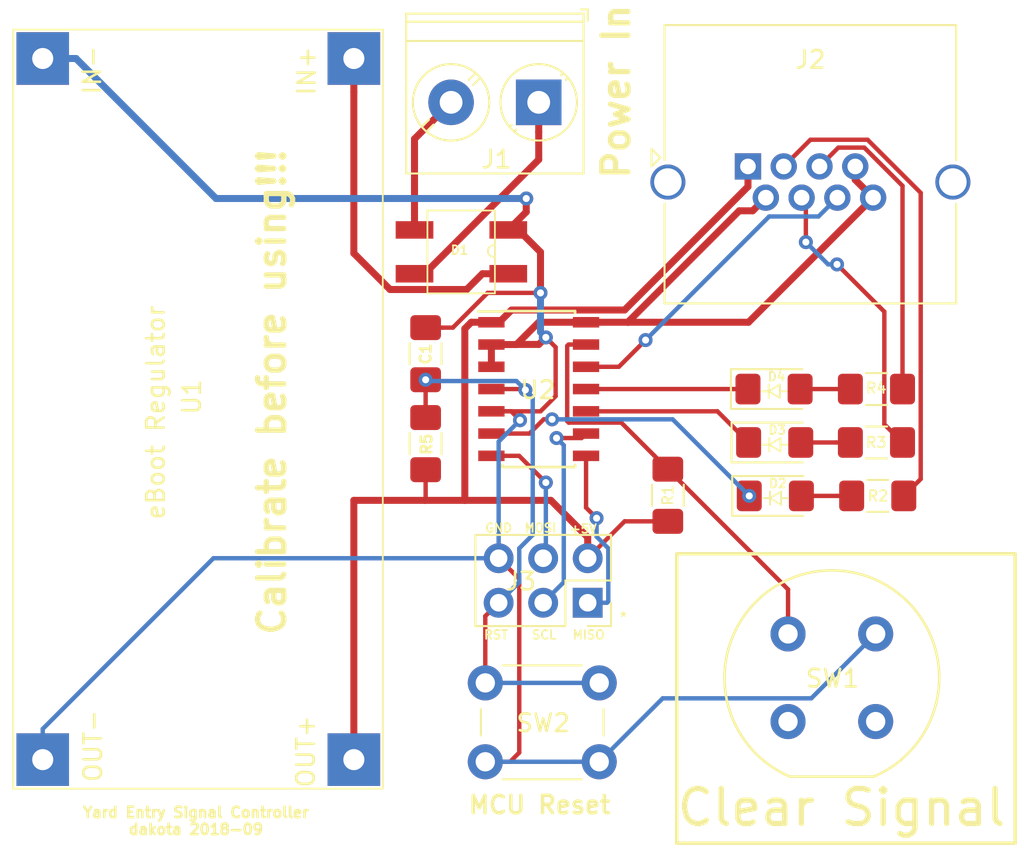
<source format=kicad_pcb>
(kicad_pcb (version 20171130) (host pcbnew "(5.0.0)")

  (general
    (thickness 1.6)
    (drawings 19)
    (tracks 174)
    (zones 0)
    (modules 17)
    (nets 21)
  )

  (page A4)
  (layers
    (0 F.Cu signal)
    (31 B.Cu signal)
    (32 B.Adhes user)
    (33 F.Adhes user)
    (34 B.Paste user)
    (35 F.Paste user)
    (36 B.SilkS user)
    (37 F.SilkS user)
    (38 B.Mask user)
    (39 F.Mask user)
    (40 Dwgs.User user)
    (41 Cmts.User user)
    (42 Eco1.User user)
    (43 Eco2.User user)
    (44 Edge.Cuts user)
    (45 Margin user)
    (46 B.CrtYd user)
    (47 F.CrtYd user)
    (48 B.Fab user)
    (49 F.Fab user)
  )

  (setup
    (last_trace_width 0.25)
    (user_trace_width 0.4)
    (trace_clearance 0.2)
    (zone_clearance 0.508)
    (zone_45_only no)
    (trace_min 0.2)
    (segment_width 0.001)
    (edge_width 0.15)
    (via_size 0.8)
    (via_drill 0.4)
    (via_min_size 0.4)
    (via_min_drill 0.3)
    (uvia_size 0.3)
    (uvia_drill 0.1)
    (uvias_allowed no)
    (uvia_min_size 0.2)
    (uvia_min_drill 0.1)
    (pcb_text_width 0.3)
    (pcb_text_size 1.5 1.5)
    (mod_edge_width 0.15)
    (mod_text_size 1 1)
    (mod_text_width 0.15)
    (pad_size 1.524 1.524)
    (pad_drill 0.762)
    (pad_to_mask_clearance 0.2)
    (aux_axis_origin 0 0)
    (visible_elements FFFFFF7F)
    (pcbplotparams
      (layerselection 0x010fc_ffffffff)
      (usegerberextensions true)
      (usegerberattributes false)
      (usegerberadvancedattributes false)
      (creategerberjobfile false)
      (excludeedgelayer true)
      (linewidth 0.100000)
      (plotframeref false)
      (viasonmask false)
      (mode 1)
      (useauxorigin false)
      (hpglpennumber 1)
      (hpglpenspeed 20)
      (hpglpendiameter 15.000000)
      (psnegative false)
      (psa4output false)
      (plotreference true)
      (plotvalue true)
      (plotinvisibletext false)
      (padsonsilk false)
      (subtractmaskfromsilk false)
      (outputformat 1)
      (mirror false)
      (drillshape 0)
      (scaleselection 1)
      (outputdirectory "gerber/"))
  )

  (net 0 "")
  (net 1 "Net-(D1-Pad1)")
  (net 2 /AC_PWR_2)
  (net 3 GND)
  (net 4 /AC_PWR_1)
  (net 5 "Net-(D2-Pad2)")
  (net 6 "Net-(D3-Pad2)")
  (net 7 "Net-(D4-Pad2)")
  (net 8 +5V)
  (net 9 "/Yard Signal Jack/Red_Drain")
  (net 10 "/Yard Signal Jack/Green_Drain")
  (net 11 "/Yard Signal Jack/Yellow_Drain")
  (net 12 "/Yard Signal Jack/Buzzer")
  (net 13 /ATTiny44A/RESET_PB3)
  (net 14 /ATTiny44A/PA7)
  (net 15 /ATTiny44A/PA3)
  (net 16 /ATTiny44A/PA2)
  (net 17 /ATTiny44A/SPI_MISO_PA5)
  (net 18 /ATTiny44A/SPI_SCL_PA4)
  (net 19 /ATTiny44A/SPI_MOSI_PA6)
  (net 20 /ATTiny44A/PA0)

  (net_class Default "This is the default net class."
    (clearance 0.2)
    (trace_width 0.25)
    (via_dia 0.8)
    (via_drill 0.4)
    (uvia_dia 0.3)
    (uvia_drill 0.1)
    (add_net +5V)
    (add_net /AC_PWR_1)
    (add_net /AC_PWR_2)
    (add_net /ATTiny44A/PA0)
    (add_net /ATTiny44A/PA2)
    (add_net /ATTiny44A/PA3)
    (add_net /ATTiny44A/PA7)
    (add_net /ATTiny44A/RESET_PB3)
    (add_net /ATTiny44A/SPI_MISO_PA5)
    (add_net /ATTiny44A/SPI_MOSI_PA6)
    (add_net /ATTiny44A/SPI_SCL_PA4)
    (add_net "/Yard Signal Jack/Buzzer")
    (add_net "/Yard Signal Jack/Green_Drain")
    (add_net "/Yard Signal Jack/Red_Drain")
    (add_net "/Yard Signal Jack/Yellow_Drain")
    (add_net GND)
    (add_net "Net-(D1-Pad1)")
    (add_net "Net-(D2-Pad2)")
    (add_net "Net-(D3-Pad2)")
    (add_net "Net-(D4-Pad2)")
  )

  (module TerminalBlock_Phoenix:TerminalBlock_Phoenix_PT-1,5-2-5.0-H_1x02_P5.00mm_Horizontal (layer F.Cu) (tedit 5B294F69) (tstamp 5BB0EC5A)
    (at 136.398 94.6404 180)
    (descr "Terminal Block Phoenix PT-1,5-2-5.0-H, 2 pins, pitch 5mm, size 10x9mm^2, drill diamater 1.3mm, pad diameter 2.6mm, see http://www.mouser.com/ds/2/324/ItemDetail_1935161-922578.pdf, script-generated using https://github.com/pointhi/kicad-footprint-generator/scripts/TerminalBlock_Phoenix")
    (tags "THT Terminal Block Phoenix PT-1,5-2-5.0-H pitch 5mm size 10x9mm^2 drill 1.3mm pad 2.6mm")
    (path /5B91CBCC)
    (fp_text reference J1 (at 2.4092 -3.2512 180) (layer F.SilkS)
      (effects (font (size 1 1) (thickness 0.15)))
    )
    (fp_text value Conn_01x02 (at 2.4892 2.9464 180) (layer F.Fab)
      (effects (font (size 1 1) (thickness 0.15)))
    )
    (fp_circle (center 0 0) (end 2 0) (layer F.Fab) (width 0.1))
    (fp_circle (center 0 0) (end 2.18 0) (layer F.SilkS) (width 0.12))
    (fp_circle (center 5 0) (end 7 0) (layer F.Fab) (width 0.1))
    (fp_circle (center 5 0) (end 7.18 0) (layer F.SilkS) (width 0.12))
    (fp_line (start -2.5 -4) (end 7.5 -4) (layer F.Fab) (width 0.1))
    (fp_line (start 7.5 -4) (end 7.5 5) (layer F.Fab) (width 0.1))
    (fp_line (start 7.5 5) (end -2.1 5) (layer F.Fab) (width 0.1))
    (fp_line (start -2.1 5) (end -2.5 4.6) (layer F.Fab) (width 0.1))
    (fp_line (start -2.5 4.6) (end -2.5 -4) (layer F.Fab) (width 0.1))
    (fp_line (start -2.5 4.6) (end 7.5 4.6) (layer F.Fab) (width 0.1))
    (fp_line (start -2.56 4.6) (end 7.56 4.6) (layer F.SilkS) (width 0.12))
    (fp_line (start -2.5 3.5) (end 7.5 3.5) (layer F.Fab) (width 0.1))
    (fp_line (start -2.56 3.5) (end 7.56 3.5) (layer F.SilkS) (width 0.12))
    (fp_line (start -2.56 -4.06) (end 7.56 -4.06) (layer F.SilkS) (width 0.12))
    (fp_line (start -2.56 5.06) (end 7.56 5.06) (layer F.SilkS) (width 0.12))
    (fp_line (start -2.56 -4.06) (end -2.56 5.06) (layer F.SilkS) (width 0.12))
    (fp_line (start 7.56 -4.06) (end 7.56 5.06) (layer F.SilkS) (width 0.12))
    (fp_line (start 1.517 -1.273) (end -1.273 1.517) (layer F.Fab) (width 0.1))
    (fp_line (start 1.273 -1.517) (end -1.517 1.273) (layer F.Fab) (width 0.1))
    (fp_line (start 1.654 -1.388) (end 1.547 -1.281) (layer F.SilkS) (width 0.12))
    (fp_line (start -1.282 1.547) (end -1.388 1.654) (layer F.SilkS) (width 0.12))
    (fp_line (start 1.388 -1.654) (end 1.281 -1.547) (layer F.SilkS) (width 0.12))
    (fp_line (start -1.548 1.281) (end -1.654 1.388) (layer F.SilkS) (width 0.12))
    (fp_line (start 6.517 -1.273) (end 3.728 1.517) (layer F.Fab) (width 0.1))
    (fp_line (start 6.273 -1.517) (end 3.484 1.273) (layer F.Fab) (width 0.1))
    (fp_line (start 6.654 -1.388) (end 6.259 -0.992) (layer F.SilkS) (width 0.12))
    (fp_line (start 3.993 1.274) (end 3.613 1.654) (layer F.SilkS) (width 0.12))
    (fp_line (start 6.388 -1.654) (end 6.008 -1.274) (layer F.SilkS) (width 0.12))
    (fp_line (start 3.742 0.992) (end 3.347 1.388) (layer F.SilkS) (width 0.12))
    (fp_line (start -2.8 4.66) (end -2.8 5.3) (layer F.SilkS) (width 0.12))
    (fp_line (start -2.8 5.3) (end -2.4 5.3) (layer F.SilkS) (width 0.12))
    (fp_line (start -3 -4.5) (end -3 5.5) (layer F.CrtYd) (width 0.05))
    (fp_line (start -3 5.5) (end 8 5.5) (layer F.CrtYd) (width 0.05))
    (fp_line (start 8 5.5) (end 8 -4.5) (layer F.CrtYd) (width 0.05))
    (fp_line (start 8 -4.5) (end -3 -4.5) (layer F.CrtYd) (width 0.05))
    (fp_text user %R (at 2.5 2.9 180) (layer F.Fab)
      (effects (font (size 1 1) (thickness 0.15)))
    )
    (pad 1 thru_hole rect (at 0 0 180) (size 2.6 2.6) (drill 1.3) (layers *.Cu *.Mask)
      (net 2 /AC_PWR_2))
    (pad 2 thru_hole circle (at 5 0 180) (size 2.6 2.6) (drill 1.3) (layers *.Cu *.Mask)
      (net 4 /AC_PWR_1))
    (model ${KISYS3DMOD}/TerminalBlock_Phoenix.3dshapes/TerminalBlock_Phoenix_PT-1,5-2-5.0-H_1x02_P5.00mm_Horizontal.wrl
      (at (xyz 0 0 0))
      (scale (xyz 1 1 1))
      (rotate (xyz 0 0 0))
    )
  )

  (module dakota_footprints:MBS (layer F.Cu) (tedit 5B8353E8) (tstamp 5BB0B7F3)
    (at 132.0292 103.124)
    (path /5B91CC33)
    (fp_text reference D1 (at -0.1524 -0.0508) (layer F.SilkS)
      (effects (font (size 0.5 0.5) (thickness 0.1)))
    )
    (fp_text value Rect (at 0 -3.2512) (layer F.Fab)
      (effects (font (size 1 1) (thickness 0.15)))
    )
    (fp_line (start 1.8688 -2.3114) (end -1.9812 -2.3114) (layer F.SilkS) (width 0.1))
    (fp_line (start 1.8688 2.413) (end -1.9812 2.413) (layer F.SilkS) (width 0.1))
    (fp_line (start -1.9812 2.413) (end -1.9812 -2.312) (layer F.SilkS) (width 0.1))
    (fp_line (start 1.8688 2.413) (end 1.8688 -2.312) (layer F.SilkS) (width 0.1))
    (fp_arc (start 1.8034 0) (end 1.828799 -0.330199) (angle -188.4841383) (layer F.SilkS) (width 0.1))
    (pad 1 smd rect (at 2.6322 1.2954 90) (size 1 2.15) (layers F.Cu F.Paste F.Mask)
      (net 1 "Net-(D1-Pad1)"))
    (pad 3 smd rect (at -2.7178 1.2954 90) (size 1 2.15) (layers F.Cu F.Paste F.Mask)
      (net 2 /AC_PWR_2))
    (pad 2 smd rect (at 2.6322 -1.2046 90) (size 1 2.15) (layers F.Cu F.Paste F.Mask)
      (net 3 GND))
    (pad 4 smd rect (at -2.7178 -1.2046 90) (size 1 2.15) (layers F.Cu F.Paste F.Mask)
      (net 4 /AC_PWR_1))
  )

  (module dakota_footprints:LED_1206_HandSolder_Marked (layer F.Cu) (tedit 5B8C5380) (tstamp 5BB0C338)
    (at 149.8965 117.094)
    (descr "LED SMD 1206 (3216 Metric), square (rectangular) end terminal, IPC_7351 nominal, (Body size source: http://www.tortai-tech.com/upload/download/2011102023233369053.pdf), generated with kicad-footprint-generator")
    (tags "LED handsolder")
    (path /5B8C73C4)
    (attr smd)
    (fp_text reference D2 (at 0.1397 -0.7112) (layer F.SilkS)
      (effects (font (size 0.5 0.5) (thickness 0.1)))
    )
    (fp_text value Red (at 0 1.82) (layer F.Fab)
      (effects (font (size 1 1) (thickness 0.15)))
    )
    (fp_line (start 1.6 -0.8) (end -1.2 -0.8) (layer F.Fab) (width 0.1))
    (fp_line (start -1.2 -0.8) (end -1.6 -0.4) (layer F.Fab) (width 0.1))
    (fp_line (start -1.6 -0.4) (end -1.6 0.8) (layer F.Fab) (width 0.1))
    (fp_line (start -1.6 0.8) (end 1.6 0.8) (layer F.Fab) (width 0.1))
    (fp_line (start 1.6 0.8) (end 1.6 -0.8) (layer F.Fab) (width 0.1))
    (fp_line (start 1.6 -1.135) (end -2.46 -1.135) (layer F.SilkS) (width 0.12))
    (fp_line (start -2.46 -1.135) (end -2.46 1.135) (layer F.SilkS) (width 0.12))
    (fp_line (start -2.46 1.135) (end 1.6 1.135) (layer F.SilkS) (width 0.12))
    (fp_line (start -2.45 1.12) (end -2.45 -1.12) (layer F.CrtYd) (width 0.05))
    (fp_line (start -2.45 -1.12) (end 2.45 -1.12) (layer F.CrtYd) (width 0.05))
    (fp_line (start 2.45 -1.12) (end 2.45 1.12) (layer F.CrtYd) (width 0.05))
    (fp_line (start 2.45 1.12) (end -2.45 1.12) (layer F.CrtYd) (width 0.05))
    (fp_text user %R (at 0.1397 -0.7112) (layer F.Fab)
      (effects (font (size 0.5 0.5) (thickness 0.1)))
    )
    (fp_line (start 0.3302 -0.254) (end 0.3302 0.508) (layer F.SilkS) (width 0.1))
    (fp_line (start 0.3302 0.508) (end -0.3048 0.127) (layer F.SilkS) (width 0.1))
    (fp_line (start -0.3048 0.127) (end 0.3302 -0.254) (layer F.SilkS) (width 0.1))
    (fp_line (start 0.3302 -0.254) (end 0.3302 0.127) (layer F.SilkS) (width 0.1))
    (fp_line (start 0.3302 0.127) (end 0.7112 0.127) (layer F.SilkS) (width 0.1))
    (fp_line (start -0.3048 0.127) (end -0.6858 0.127) (layer F.SilkS) (width 0.1))
    (fp_line (start -0.6858 0.127) (end -0.3048 0.127) (layer F.SilkS) (width 0.1))
    (fp_line (start -0.3048 0.127) (end -0.3048 -0.254) (layer F.SilkS) (width 0.1))
    (fp_line (start -0.3048 -0.254) (end -0.3048 0.127) (layer F.SilkS) (width 0.1))
    (fp_line (start -0.3048 0.127) (end -0.3048 0.508) (layer F.SilkS) (width 0.1))
    (pad 1 smd roundrect (at -1.4875 0) (size 1.425 1.75) (layers F.Cu F.Paste F.Mask) (roundrect_rratio 0.175439)
      (net 14 /ATTiny44A/PA7))
    (pad 2 smd roundrect (at 1.4875 0) (size 1.425 1.75) (layers F.Cu F.Paste F.Mask) (roundrect_rratio 0.175439)
      (net 5 "Net-(D2-Pad2)"))
    (model ${KISYS3DMOD}/LED_SMD.3dshapes/LED_1206_3216Metric.wrl
      (at (xyz 0 0 0))
      (scale (xyz 1 1 1))
      (rotate (xyz 0 0 0))
    )
  )

  (module dakota_footprints:LED_1206_HandSolder_Marked (layer F.Cu) (tedit 5B8C5380) (tstamp 5BB0C260)
    (at 149.86 114.046)
    (descr "LED SMD 1206 (3216 Metric), square (rectangular) end terminal, IPC_7351 nominal, (Body size source: http://www.tortai-tech.com/upload/download/2011102023233369053.pdf), generated with kicad-footprint-generator")
    (tags "LED handsolder")
    (path /5B8C737A)
    (attr smd)
    (fp_text reference D3 (at 0.1397 -0.7112) (layer F.SilkS)
      (effects (font (size 0.5 0.5) (thickness 0.1)))
    )
    (fp_text value Yellow (at 0 1.82) (layer F.Fab)
      (effects (font (size 1 1) (thickness 0.15)))
    )
    (fp_line (start -0.3048 0.127) (end -0.3048 0.508) (layer F.SilkS) (width 0.1))
    (fp_line (start -0.3048 -0.254) (end -0.3048 0.127) (layer F.SilkS) (width 0.1))
    (fp_line (start -0.3048 0.127) (end -0.3048 -0.254) (layer F.SilkS) (width 0.1))
    (fp_line (start -0.6858 0.127) (end -0.3048 0.127) (layer F.SilkS) (width 0.1))
    (fp_line (start -0.3048 0.127) (end -0.6858 0.127) (layer F.SilkS) (width 0.1))
    (fp_line (start 0.3302 0.127) (end 0.7112 0.127) (layer F.SilkS) (width 0.1))
    (fp_line (start 0.3302 -0.254) (end 0.3302 0.127) (layer F.SilkS) (width 0.1))
    (fp_line (start -0.3048 0.127) (end 0.3302 -0.254) (layer F.SilkS) (width 0.1))
    (fp_line (start 0.3302 0.508) (end -0.3048 0.127) (layer F.SilkS) (width 0.1))
    (fp_line (start 0.3302 -0.254) (end 0.3302 0.508) (layer F.SilkS) (width 0.1))
    (fp_text user %R (at 0.1397 -0.7112) (layer F.Fab)
      (effects (font (size 0.5 0.5) (thickness 0.1)))
    )
    (fp_line (start 2.45 1.12) (end -2.45 1.12) (layer F.CrtYd) (width 0.05))
    (fp_line (start 2.45 -1.12) (end 2.45 1.12) (layer F.CrtYd) (width 0.05))
    (fp_line (start -2.45 -1.12) (end 2.45 -1.12) (layer F.CrtYd) (width 0.05))
    (fp_line (start -2.45 1.12) (end -2.45 -1.12) (layer F.CrtYd) (width 0.05))
    (fp_line (start -2.46 1.135) (end 1.6 1.135) (layer F.SilkS) (width 0.12))
    (fp_line (start -2.46 -1.135) (end -2.46 1.135) (layer F.SilkS) (width 0.12))
    (fp_line (start 1.6 -1.135) (end -2.46 -1.135) (layer F.SilkS) (width 0.12))
    (fp_line (start 1.6 0.8) (end 1.6 -0.8) (layer F.Fab) (width 0.1))
    (fp_line (start -1.6 0.8) (end 1.6 0.8) (layer F.Fab) (width 0.1))
    (fp_line (start -1.6 -0.4) (end -1.6 0.8) (layer F.Fab) (width 0.1))
    (fp_line (start -1.2 -0.8) (end -1.6 -0.4) (layer F.Fab) (width 0.1))
    (fp_line (start 1.6 -0.8) (end -1.2 -0.8) (layer F.Fab) (width 0.1))
    (pad 2 smd roundrect (at 1.4875 0) (size 1.425 1.75) (layers F.Cu F.Paste F.Mask) (roundrect_rratio 0.175439)
      (net 6 "Net-(D3-Pad2)"))
    (pad 1 smd roundrect (at -1.4875 0) (size 1.425 1.75) (layers F.Cu F.Paste F.Mask) (roundrect_rratio 0.175439)
      (net 15 /ATTiny44A/PA3))
    (model ${KISYS3DMOD}/LED_SMD.3dshapes/LED_1206_3216Metric.wrl
      (at (xyz 0 0 0))
      (scale (xyz 1 1 1))
      (rotate (xyz 0 0 0))
    )
  )

  (module dakota_footprints:LED_1206_HandSolder_Marked (layer F.Cu) (tedit 5B8C5380) (tstamp 5BB0C2E4)
    (at 149.8235 110.998)
    (descr "LED SMD 1206 (3216 Metric), square (rectangular) end terminal, IPC_7351 nominal, (Body size source: http://www.tortai-tech.com/upload/download/2011102023233369053.pdf), generated with kicad-footprint-generator")
    (tags "LED handsolder")
    (path /5B8C731F)
    (attr smd)
    (fp_text reference D4 (at 0.1397 -0.7112) (layer F.SilkS)
      (effects (font (size 0.5 0.5) (thickness 0.1)))
    )
    (fp_text value Green (at 0 1.82) (layer F.Fab)
      (effects (font (size 1 1) (thickness 0.15)))
    )
    (fp_line (start 1.6 -0.8) (end -1.2 -0.8) (layer F.Fab) (width 0.1))
    (fp_line (start -1.2 -0.8) (end -1.6 -0.4) (layer F.Fab) (width 0.1))
    (fp_line (start -1.6 -0.4) (end -1.6 0.8) (layer F.Fab) (width 0.1))
    (fp_line (start -1.6 0.8) (end 1.6 0.8) (layer F.Fab) (width 0.1))
    (fp_line (start 1.6 0.8) (end 1.6 -0.8) (layer F.Fab) (width 0.1))
    (fp_line (start 1.6 -1.135) (end -2.46 -1.135) (layer F.SilkS) (width 0.12))
    (fp_line (start -2.46 -1.135) (end -2.46 1.135) (layer F.SilkS) (width 0.12))
    (fp_line (start -2.46 1.135) (end 1.6 1.135) (layer F.SilkS) (width 0.12))
    (fp_line (start -2.45 1.12) (end -2.45 -1.12) (layer F.CrtYd) (width 0.05))
    (fp_line (start -2.45 -1.12) (end 2.45 -1.12) (layer F.CrtYd) (width 0.05))
    (fp_line (start 2.45 -1.12) (end 2.45 1.12) (layer F.CrtYd) (width 0.05))
    (fp_line (start 2.45 1.12) (end -2.45 1.12) (layer F.CrtYd) (width 0.05))
    (fp_text user %R (at 0.1397 -0.7112) (layer F.Fab)
      (effects (font (size 0.5 0.5) (thickness 0.1)))
    )
    (fp_line (start 0.3302 -0.254) (end 0.3302 0.508) (layer F.SilkS) (width 0.1))
    (fp_line (start 0.3302 0.508) (end -0.3048 0.127) (layer F.SilkS) (width 0.1))
    (fp_line (start -0.3048 0.127) (end 0.3302 -0.254) (layer F.SilkS) (width 0.1))
    (fp_line (start 0.3302 -0.254) (end 0.3302 0.127) (layer F.SilkS) (width 0.1))
    (fp_line (start 0.3302 0.127) (end 0.7112 0.127) (layer F.SilkS) (width 0.1))
    (fp_line (start -0.3048 0.127) (end -0.6858 0.127) (layer F.SilkS) (width 0.1))
    (fp_line (start -0.6858 0.127) (end -0.3048 0.127) (layer F.SilkS) (width 0.1))
    (fp_line (start -0.3048 0.127) (end -0.3048 -0.254) (layer F.SilkS) (width 0.1))
    (fp_line (start -0.3048 -0.254) (end -0.3048 0.127) (layer F.SilkS) (width 0.1))
    (fp_line (start -0.3048 0.127) (end -0.3048 0.508) (layer F.SilkS) (width 0.1))
    (pad 1 smd roundrect (at -1.4875 0) (size 1.425 1.75) (layers F.Cu F.Paste F.Mask) (roundrect_rratio 0.175439)
      (net 16 /ATTiny44A/PA2))
    (pad 2 smd roundrect (at 1.4875 0) (size 1.425 1.75) (layers F.Cu F.Paste F.Mask) (roundrect_rratio 0.175439)
      (net 7 "Net-(D4-Pad2)"))
    (model ${KISYS3DMOD}/LED_SMD.3dshapes/LED_1206_3216Metric.wrl
      (at (xyz 0 0 0))
      (scale (xyz 1 1 1))
      (rotate (xyz 0 0 0))
    )
  )

  (module Connector_RJ:RJ45_Amphenol_RJHSE5380 (layer F.Cu) (tedit 5AD365F7) (tstamp 5BB0C5C0)
    (at 148.336 98.298)
    (descr "Shielded, https://www.amphenolcanada.com/ProductSearch/drawings/AC/RJHSE538X.pdf")
    (tags "RJ45 8p8c ethernet cat5")
    (path /5B8CA058/5B8CA196)
    (fp_text reference J2 (at 3.56 -6.096) (layer F.SilkS)
      (effects (font (size 1 1) (thickness 0.15)))
    )
    (fp_text value RJ45 (at 3.56 9.5) (layer F.Fab)
      (effects (font (size 1 1) (thickness 0.15)))
    )
    (fp_line (start -4.695 -7) (end -4.695 7.75) (layer F.Fab) (width 0.1))
    (fp_line (start -4.695 7.75) (end 11.815 7.75) (layer F.Fab) (width 0.1))
    (fp_line (start -3.695 -8) (end 11.815 -8) (layer F.Fab) (width 0.1))
    (fp_line (start 11.815 -8) (end 11.815 7.75) (layer F.Fab) (width 0.1))
    (fp_line (start -4.76 -8.065) (end 11.88 -8.065) (layer F.SilkS) (width 0.12))
    (fp_line (start -4.76 -8.065) (end -4.76 -0.36) (layer F.SilkS) (width 0.12))
    (fp_line (start 11.88 -8.065) (end 11.88 -0.36) (layer F.SilkS) (width 0.12))
    (fp_line (start -4.76 7.815) (end 11.88 7.815) (layer F.SilkS) (width 0.12))
    (fp_line (start -4.76 7.815) (end -4.76 2.14) (layer F.SilkS) (width 0.12))
    (fp_line (start 11.88 7.815) (end 11.88 2.14) (layer F.SilkS) (width 0.12))
    (fp_line (start -4.695 -7) (end -3.695 -8) (layer F.Fab) (width 0.1))
    (fp_line (start -6.07 -8.5) (end 13.19 -8.5) (layer F.CrtYd) (width 0.05))
    (fp_line (start -6.07 -8.5) (end -6.07 8.25) (layer F.CrtYd) (width 0.05))
    (fp_line (start -6.07 8.25) (end 13.19 8.25) (layer F.CrtYd) (width 0.05))
    (fp_line (start 13.19 -8.5) (end 13.19 8.25) (layer F.CrtYd) (width 0.05))
    (fp_text user %R (at 3.56 -6) (layer F.Fab)
      (effects (font (size 1 1) (thickness 0.15)))
    )
    (fp_line (start -5 -0.5) (end -5.5 0) (layer F.SilkS) (width 0.12))
    (fp_line (start -5.5 0) (end -5.5 -1) (layer F.SilkS) (width 0.12))
    (fp_line (start -5.5 -1) (end -5 -0.5) (layer F.SilkS) (width 0.12))
    (pad 1 thru_hole rect (at 0 0) (size 1.5 1.5) (drill 0.89) (layers *.Cu *.Mask)
      (net 8 +5V))
    (pad 3 thru_hole circle (at 2.04 0) (size 1.5 1.5) (drill 0.89) (layers *.Cu *.Mask)
      (net 9 "/Yard Signal Jack/Red_Drain"))
    (pad 5 thru_hole circle (at 4.08 0) (size 1.5 1.5) (drill 0.89) (layers *.Cu *.Mask)
      (net 10 "/Yard Signal Jack/Green_Drain"))
    (pad 7 thru_hole circle (at 6.12 0) (size 1.5 1.5) (drill 0.89) (layers *.Cu *.Mask)
      (net 3 GND))
    (pad 2 thru_hole circle (at 1.02 1.78) (size 1.5 1.5) (drill 0.89) (layers *.Cu *.Mask)
      (net 3 GND))
    (pad 4 thru_hole circle (at 3.06 1.78) (size 1.5 1.5) (drill 0.89) (layers *.Cu *.Mask)
      (net 11 "/Yard Signal Jack/Yellow_Drain"))
    (pad 6 thru_hole circle (at 5.1 1.78) (size 1.5 1.5) (drill 0.89) (layers *.Cu *.Mask)
      (net 12 "/Yard Signal Jack/Buzzer"))
    (pad 8 thru_hole circle (at 7.14 1.78) (size 1.5 1.5) (drill 0.89) (layers *.Cu *.Mask)
      (net 3 GND))
    (pad "" np_thru_hole circle (at -2.79 -2.54) (size 3.25 3.25) (drill 3.25) (layers *.Cu *.Mask))
    (pad "" np_thru_hole circle (at 9.91 -2.54) (size 3.25 3.25) (drill 3.25) (layers *.Cu *.Mask))
    (pad SH thru_hole circle (at 11.69 0.89) (size 2 2) (drill 1.57) (layers *.Cu *.Mask))
    (pad SH thru_hole circle (at -4.57 0.89) (size 2 2) (drill 1.57) (layers *.Cu *.Mask))
    (model ${KISYS3DMOD}/Connector_RJ.3dshapes/RJ45_Amphenol_RJHSE5380.wrl
      (at (xyz 0 0 0))
      (scale (xyz 1 1 1))
      (rotate (xyz 0 0 0))
    )
  )

  (module Resistor_SMD:R_1206_3216Metric_Pad1.42x1.75mm_HandSolder (layer F.Cu) (tedit 5B8C84E5) (tstamp 5BB0CCA6)
    (at 143.764 117.0575 90)
    (descr "Resistor SMD 1206 (3216 Metric), square (rectangular) end terminal, IPC_7351 nominal with elongated pad for handsoldering. (Body size source: http://www.tortai-tech.com/upload/download/2011102023233369053.pdf), generated with kicad-footprint-generator")
    (tags "resistor handsolder")
    (path /5B8E0EAD)
    (attr smd)
    (fp_text reference R1 (at 0 0 90) (layer F.SilkS)
      (effects (font (size 0.6 0.6) (thickness 0.1)))
    )
    (fp_text value 10k (at 0 1.82 90) (layer F.Fab)
      (effects (font (size 1 1) (thickness 0.15)))
    )
    (fp_text user %R (at 0 0 270) (layer F.Fab)
      (effects (font (size 0.8 0.8) (thickness 0.12)))
    )
    (fp_line (start 2.45 1.12) (end -2.45 1.12) (layer F.CrtYd) (width 0.05))
    (fp_line (start 2.45 -1.12) (end 2.45 1.12) (layer F.CrtYd) (width 0.05))
    (fp_line (start -2.45 -1.12) (end 2.45 -1.12) (layer F.CrtYd) (width 0.05))
    (fp_line (start -2.45 1.12) (end -2.45 -1.12) (layer F.CrtYd) (width 0.05))
    (fp_line (start -0.602064 0.91) (end 0.602064 0.91) (layer F.SilkS) (width 0.12))
    (fp_line (start -0.602064 -0.91) (end 0.602064 -0.91) (layer F.SilkS) (width 0.12))
    (fp_line (start 1.6 0.8) (end -1.6 0.8) (layer F.Fab) (width 0.1))
    (fp_line (start 1.6 -0.8) (end 1.6 0.8) (layer F.Fab) (width 0.1))
    (fp_line (start -1.6 -0.8) (end 1.6 -0.8) (layer F.Fab) (width 0.1))
    (fp_line (start -1.6 0.8) (end -1.6 -0.8) (layer F.Fab) (width 0.1))
    (pad 2 smd roundrect (at 1.4875 0 90) (size 1.425 1.75) (layers F.Cu F.Paste F.Mask) (roundrect_rratio 0.175439)
      (net 20 /ATTiny44A/PA0))
    (pad 1 smd roundrect (at -1.4875 0 90) (size 1.425 1.75) (layers F.Cu F.Paste F.Mask) (roundrect_rratio 0.175439)
      (net 8 +5V))
    (model ${KISYS3DMOD}/Resistor_SMD.3dshapes/R_1206_3216Metric.wrl
      (at (xyz 0 0 0))
      (scale (xyz 1 1 1))
      (rotate (xyz 0 0 0))
    )
  )

  (module Resistor_SMD:R_1206_3216Metric_Pad1.42x1.75mm_HandSolder (layer F.Cu) (tedit 5B8C84F5) (tstamp 5BB0C2A8)
    (at 155.7385 117.094)
    (descr "Resistor SMD 1206 (3216 Metric), square (rectangular) end terminal, IPC_7351 nominal with elongated pad for handsoldering. (Body size source: http://www.tortai-tech.com/upload/download/2011102023233369053.pdf), generated with kicad-footprint-generator")
    (tags "resistor handsolder")
    (path /5B8C74EE)
    (attr smd)
    (fp_text reference R2 (at 0.0143 0) (layer F.SilkS)
      (effects (font (size 0.6 0.6) (thickness 0.1)))
    )
    (fp_text value 390 (at 0 1.82) (layer F.Fab)
      (effects (font (size 1 1) (thickness 0.15)))
    )
    (fp_line (start -1.6 0.8) (end -1.6 -0.8) (layer F.Fab) (width 0.1))
    (fp_line (start -1.6 -0.8) (end 1.6 -0.8) (layer F.Fab) (width 0.1))
    (fp_line (start 1.6 -0.8) (end 1.6 0.8) (layer F.Fab) (width 0.1))
    (fp_line (start 1.6 0.8) (end -1.6 0.8) (layer F.Fab) (width 0.1))
    (fp_line (start -0.602064 -0.91) (end 0.602064 -0.91) (layer F.SilkS) (width 0.12))
    (fp_line (start -0.602064 0.91) (end 0.602064 0.91) (layer F.SilkS) (width 0.12))
    (fp_line (start -2.45 1.12) (end -2.45 -1.12) (layer F.CrtYd) (width 0.05))
    (fp_line (start -2.45 -1.12) (end 2.45 -1.12) (layer F.CrtYd) (width 0.05))
    (fp_line (start 2.45 -1.12) (end 2.45 1.12) (layer F.CrtYd) (width 0.05))
    (fp_line (start 2.45 1.12) (end -2.45 1.12) (layer F.CrtYd) (width 0.05))
    (fp_text user %R (at 0 0) (layer F.Fab)
      (effects (font (size 0.8 0.8) (thickness 0.12)))
    )
    (pad 1 smd roundrect (at -1.4875 0) (size 1.425 1.75) (layers F.Cu F.Paste F.Mask) (roundrect_rratio 0.175439)
      (net 5 "Net-(D2-Pad2)"))
    (pad 2 smd roundrect (at 1.4875 0) (size 1.425 1.75) (layers F.Cu F.Paste F.Mask) (roundrect_rratio 0.175439)
      (net 9 "/Yard Signal Jack/Red_Drain"))
    (model ${KISYS3DMOD}/Resistor_SMD.3dshapes/R_1206_3216Metric.wrl
      (at (xyz 0 0 0))
      (scale (xyz 1 1 1))
      (rotate (xyz 0 0 0))
    )
  )

  (module Resistor_SMD:R_1206_3216Metric_Pad1.42x1.75mm_HandSolder (layer F.Cu) (tedit 5B8C8501) (tstamp 5BB0C224)
    (at 155.6655 114.046)
    (descr "Resistor SMD 1206 (3216 Metric), square (rectangular) end terminal, IPC_7351 nominal with elongated pad for handsoldering. (Body size source: http://www.tortai-tech.com/upload/download/2011102023233369053.pdf), generated with kicad-footprint-generator")
    (tags "resistor handsolder")
    (path /5B8C74C0)
    (attr smd)
    (fp_text reference R3 (at -0.0143 0) (layer F.SilkS)
      (effects (font (size 0.6 0.6) (thickness 0.1)))
    )
    (fp_text value 390 (at -1.524 1.82) (layer F.Fab)
      (effects (font (size 1 1) (thickness 0.15)))
    )
    (fp_text user %R (at 0 0) (layer F.Fab)
      (effects (font (size 0.8 0.8) (thickness 0.12)))
    )
    (fp_line (start 2.45 1.12) (end -2.45 1.12) (layer F.CrtYd) (width 0.05))
    (fp_line (start 2.45 -1.12) (end 2.45 1.12) (layer F.CrtYd) (width 0.05))
    (fp_line (start -2.45 -1.12) (end 2.45 -1.12) (layer F.CrtYd) (width 0.05))
    (fp_line (start -2.45 1.12) (end -2.45 -1.12) (layer F.CrtYd) (width 0.05))
    (fp_line (start -0.602064 0.91) (end 0.602064 0.91) (layer F.SilkS) (width 0.12))
    (fp_line (start -0.602064 -0.91) (end 0.602064 -0.91) (layer F.SilkS) (width 0.12))
    (fp_line (start 1.6 0.8) (end -1.6 0.8) (layer F.Fab) (width 0.1))
    (fp_line (start 1.6 -0.8) (end 1.6 0.8) (layer F.Fab) (width 0.1))
    (fp_line (start -1.6 -0.8) (end 1.6 -0.8) (layer F.Fab) (width 0.1))
    (fp_line (start -1.6 0.8) (end -1.6 -0.8) (layer F.Fab) (width 0.1))
    (pad 2 smd roundrect (at 1.4875 0) (size 1.425 1.75) (layers F.Cu F.Paste F.Mask) (roundrect_rratio 0.175439)
      (net 11 "/Yard Signal Jack/Yellow_Drain"))
    (pad 1 smd roundrect (at -1.4875 0) (size 1.425 1.75) (layers F.Cu F.Paste F.Mask) (roundrect_rratio 0.175439)
      (net 6 "Net-(D3-Pad2)"))
    (model ${KISYS3DMOD}/Resistor_SMD.3dshapes/R_1206_3216Metric.wrl
      (at (xyz 0 0 0))
      (scale (xyz 1 1 1))
      (rotate (xyz 0 0 0))
    )
  )

  (module Resistor_SMD:R_1206_3216Metric_Pad1.42x1.75mm_HandSolder (layer F.Cu) (tedit 5B8C8507) (tstamp 5BB0C1F4)
    (at 155.6655 110.998)
    (descr "Resistor SMD 1206 (3216 Metric), square (rectangular) end terminal, IPC_7351 nominal with elongated pad for handsoldering. (Body size source: http://www.tortai-tech.com/upload/download/2011102023233369053.pdf), generated with kicad-footprint-generator")
    (tags "resistor handsolder")
    (path /5B8C7455)
    (attr smd)
    (fp_text reference R4 (at -0.0143 -0.0508) (layer F.SilkS)
      (effects (font (size 0.6 0.6) (thickness 0.1)))
    )
    (fp_text value 390 (at 0 1.82) (layer F.Fab)
      (effects (font (size 1 1) (thickness 0.15)))
    )
    (fp_line (start -1.6 0.8) (end -1.6 -0.8) (layer F.Fab) (width 0.1))
    (fp_line (start -1.6 -0.8) (end 1.6 -0.8) (layer F.Fab) (width 0.1))
    (fp_line (start 1.6 -0.8) (end 1.6 0.8) (layer F.Fab) (width 0.1))
    (fp_line (start 1.6 0.8) (end -1.6 0.8) (layer F.Fab) (width 0.1))
    (fp_line (start -0.602064 -0.91) (end 0.602064 -0.91) (layer F.SilkS) (width 0.12))
    (fp_line (start -0.602064 0.91) (end 0.602064 0.91) (layer F.SilkS) (width 0.12))
    (fp_line (start -2.45 1.12) (end -2.45 -1.12) (layer F.CrtYd) (width 0.05))
    (fp_line (start -2.45 -1.12) (end 2.45 -1.12) (layer F.CrtYd) (width 0.05))
    (fp_line (start 2.45 -1.12) (end 2.45 1.12) (layer F.CrtYd) (width 0.05))
    (fp_line (start 2.45 1.12) (end -2.45 1.12) (layer F.CrtYd) (width 0.05))
    (fp_text user %R (at 0 0) (layer F.Fab)
      (effects (font (size 0.8 0.8) (thickness 0.12)))
    )
    (pad 1 smd roundrect (at -1.4875 0) (size 1.425 1.75) (layers F.Cu F.Paste F.Mask) (roundrect_rratio 0.175439)
      (net 7 "Net-(D4-Pad2)"))
    (pad 2 smd roundrect (at 1.4875 0) (size 1.425 1.75) (layers F.Cu F.Paste F.Mask) (roundrect_rratio 0.175439)
      (net 10 "/Yard Signal Jack/Green_Drain"))
    (model ${KISYS3DMOD}/Resistor_SMD.3dshapes/R_1206_3216Metric.wrl
      (at (xyz 0 0 0))
      (scale (xyz 1 1 1))
      (rotate (xyz 0 0 0))
    )
  )

  (module Button_Switch_THT:Push_E-Switch_KS01Q01 (layer F.Cu) (tedit 5A02FE31) (tstamp 5BB0B5C1)
    (at 150.622 124.968)
    (descr "E-Switch KS01Q01 http://spec_sheets.e-switch.com/specs/29-KS01Q01.pdf")
    (tags "Push Button")
    (path /5B8DB394)
    (fp_text reference SW1 (at 2.54 2.54) (layer F.SilkS)
      (effects (font (size 1 1) (thickness 0.15)))
    )
    (fp_text value UsrBtn (at 2.794 -2.286) (layer F.Fab)
      (effects (font (size 1 1) (thickness 0.15)))
    )
    (fp_line (start 0.04 8.39) (end 5.06 8.39) (layer F.CrtYd) (width 0.05))
    (fp_arc (start 2.55 2.5) (end 0.04 8.39) (angle 313.8378348) (layer F.CrtYd) (width 0.05))
    (fp_line (start 0.11 8) (end 4.89 8) (layer F.Fab) (width 0.1))
    (fp_arc (start 2.5 2.5) (end 0.11 8) (angle 313) (layer F.Fab) (width 0.1))
    (fp_text user %R (at 2.5 2.5) (layer F.Fab)
      (effects (font (size 1 1) (thickness 0.15)))
    )
    (fp_line (start 4.89 8.14) (end 0.11 8.14) (layer F.SilkS) (width 0.15))
    (fp_arc (start 2.5 2.5) (end 0.11 8.14) (angle 314) (layer F.SilkS) (width 0.15))
    (pad 1 thru_hole circle (at 0 0) (size 2 2) (drill 1.1) (layers *.Cu *.Mask)
      (net 20 /ATTiny44A/PA0))
    (pad 2 thru_hole circle (at 5 0) (size 2 2) (drill 1.1) (layers *.Cu *.Mask)
      (net 3 GND))
    (pad 4 thru_hole circle (at 5 5) (size 2 2) (drill 1.1) (layers *.Cu *.Mask))
    (pad 3 thru_hole circle (at 0 5) (size 2 2) (drill 1.1) (layers *.Cu *.Mask))
    (model ${KISYS3DMOD}/Button_Switch_THT.3dshapes/Push_E-Switch_KS01Q01.wrl
      (at (xyz 0 0 0))
      (scale (xyz 1 1 1))
      (rotate (xyz 0 0 0))
    )
  )

  (module dakota_footprints:eboot_regulator (layer F.Cu) (tedit 5B8C7C2B) (tstamp 5BB0B5D3)
    (at 125.850947 92.140094 270)
    (path /5B9378C3)
    (fp_text reference U1 (at 19.304 9.2456 270) (layer F.SilkS)
      (effects (font (size 1 1) (thickness 0.15)))
    )
    (fp_text value eboot_regulator (at 19.9644 12.8016 270) (layer F.Fab)
      (effects (font (size 1 1) (thickness 0.15)))
    )
    (fp_text user IN+ (at 0.7112 2.6924 270) (layer F.SilkS)
      (effects (font (size 1 1) (thickness 0.15)))
    )
    (fp_text user IN- (at 0.6604 14.9352 270) (layer F.SilkS)
      (effects (font (size 1 1) (thickness 0.15)))
    )
    (fp_text user OUT- (at 39.2176 14.8844 270) (layer F.SilkS)
      (effects (font (size 1 1) (thickness 0.15)))
    )
    (fp_text user OUT+ (at 39.5224 2.7432 270) (layer F.SilkS)
      (effects (font (size 1 1) (thickness 0.15)))
    )
    (fp_line (start -1.651 -1.651) (end -1.651 19.431) (layer F.SilkS) (width 0.1))
    (fp_line (start -1.651 19.431) (end 41.656 19.431) (layer F.SilkS) (width 0.1))
    (fp_line (start 41.656 19.431) (end 41.656 -1.651) (layer F.SilkS) (width 0.1))
    (fp_line (start 41.656 -1.651) (end -1.651 -1.651) (layer F.SilkS) (width 0.1))
    (fp_text user "eBoot Regulator" (at 20.193 11.303 90) (layer F.SilkS)
      (effects (font (size 1 1) (thickness 0.15)))
    )
    (fp_text user "Calibrate before using!!!" (at 19.0246 4.6736 270) (layer F.SilkS)
      (effects (font (size 1.5 1.5) (thickness 0.3)))
    )
    (pad 1 thru_hole rect (at 0 0 270) (size 3 3) (drill 1.2) (layers *.Cu *.Mask)
      (net 1 "Net-(D1-Pad1)"))
    (pad 2 thru_hole rect (at 0 17.75 270) (size 3 3) (drill 1.2) (layers *.Cu *.Mask)
      (net 3 GND))
    (pad 3 thru_hole rect (at 40 0 270) (size 3 3) (drill 1.2) (layers *.Cu *.Mask)
      (net 8 +5V))
    (pad 4 thru_hole rect (at 40 17.75 270) (size 3 3) (drill 1.2) (layers *.Cu *.Mask)
      (net 3 GND))
  )

  (module Capacitor_SMD:C_1206_3216Metric_Pad1.42x1.75mm_HandSolder (layer F.Cu) (tedit 5B8C84C8) (tstamp 5BB0C78B)
    (at 129.9464 108.9803 90)
    (descr "Capacitor SMD 1206 (3216 Metric), square (rectangular) end terminal, IPC_7351 nominal with elongated pad for handsoldering. (Body size source: http://www.tortai-tech.com/upload/download/2011102023233369053.pdf), generated with kicad-footprint-generator")
    (tags "capacitor handsolder")
    (path /5B90716E/5B9078DF)
    (attr smd)
    (fp_text reference C1 (at -0.0143 0 270) (layer F.SilkS)
      (effects (font (size 0.6 0.6) (thickness 0.15)))
    )
    (fp_text value 10uF (at 0 1.82 90) (layer F.Fab)
      (effects (font (size 1 1) (thickness 0.15)))
    )
    (fp_line (start -1.6 0.8) (end -1.6 -0.8) (layer F.Fab) (width 0.1))
    (fp_line (start -1.6 -0.8) (end 1.6 -0.8) (layer F.Fab) (width 0.1))
    (fp_line (start 1.6 -0.8) (end 1.6 0.8) (layer F.Fab) (width 0.1))
    (fp_line (start 1.6 0.8) (end -1.6 0.8) (layer F.Fab) (width 0.1))
    (fp_line (start -0.602064 -0.91) (end 0.602064 -0.91) (layer F.SilkS) (width 0.12))
    (fp_line (start -0.602064 0.91) (end 0.602064 0.91) (layer F.SilkS) (width 0.12))
    (fp_line (start -2.45 1.12) (end -2.45 -1.12) (layer F.CrtYd) (width 0.05))
    (fp_line (start -2.45 -1.12) (end 2.45 -1.12) (layer F.CrtYd) (width 0.05))
    (fp_line (start 2.45 -1.12) (end 2.45 1.12) (layer F.CrtYd) (width 0.05))
    (fp_line (start 2.45 1.12) (end -2.45 1.12) (layer F.CrtYd) (width 0.05))
    (fp_text user %R (at 0 0 90) (layer F.Fab)
      (effects (font (size 0.8 0.8) (thickness 0.12)))
    )
    (pad 1 smd roundrect (at -1.4875 0 90) (size 1.425 1.75) (layers F.Cu F.Paste F.Mask) (roundrect_rratio 0.175439)
      (net 13 /ATTiny44A/RESET_PB3))
    (pad 2 smd roundrect (at 1.4875 0 90) (size 1.425 1.75) (layers F.Cu F.Paste F.Mask) (roundrect_rratio 0.175439)
      (net 3 GND))
    (model ${KISYS3DMOD}/Capacitor_SMD.3dshapes/C_1206_3216Metric.wrl
      (at (xyz 0 0 0))
      (scale (xyz 1 1 1))
      (rotate (xyz 0 0 0))
    )
  )

  (module Connector_PinSocket_2.54mm:PinSocket_2x03_P2.54mm_Vertical (layer F.Cu) (tedit 5A19A425) (tstamp 5BB0BA02)
    (at 139.192 123.19 270)
    (descr "Through hole straight socket strip, 2x03, 2.54mm pitch, double cols (from Kicad 4.0.7), script generated")
    (tags "Through hole socket strip THT 2x03 2.54mm double row")
    (path /5B90716E/5B9078B2)
    (fp_text reference J3 (at -1.2192 3.81) (layer F.SilkS)
      (effects (font (size 1 1) (thickness 0.15)))
    )
    (fp_text value AVR-ISP-6 (at -1.27 7.85 270) (layer F.Fab)
      (effects (font (size 1 1) (thickness 0.15)))
    )
    (fp_line (start -3.81 -1.27) (end 0.27 -1.27) (layer F.Fab) (width 0.1))
    (fp_line (start 0.27 -1.27) (end 1.27 -0.27) (layer F.Fab) (width 0.1))
    (fp_line (start 1.27 -0.27) (end 1.27 6.35) (layer F.Fab) (width 0.1))
    (fp_line (start 1.27 6.35) (end -3.81 6.35) (layer F.Fab) (width 0.1))
    (fp_line (start -3.81 6.35) (end -3.81 -1.27) (layer F.Fab) (width 0.1))
    (fp_line (start -3.87 -1.33) (end -1.27 -1.33) (layer F.SilkS) (width 0.12))
    (fp_line (start -3.87 -1.33) (end -3.87 6.41) (layer F.SilkS) (width 0.12))
    (fp_line (start -3.87 6.41) (end 1.33 6.41) (layer F.SilkS) (width 0.12))
    (fp_line (start 1.33 1.27) (end 1.33 6.41) (layer F.SilkS) (width 0.12))
    (fp_line (start -1.27 1.27) (end 1.33 1.27) (layer F.SilkS) (width 0.12))
    (fp_line (start -1.27 -1.33) (end -1.27 1.27) (layer F.SilkS) (width 0.12))
    (fp_line (start 1.33 -1.33) (end 1.33 0) (layer F.SilkS) (width 0.12))
    (fp_line (start 0 -1.33) (end 1.33 -1.33) (layer F.SilkS) (width 0.12))
    (fp_line (start -4.34 -1.8) (end 1.76 -1.8) (layer F.CrtYd) (width 0.05))
    (fp_line (start 1.76 -1.8) (end 1.76 6.85) (layer F.CrtYd) (width 0.05))
    (fp_line (start 1.76 6.85) (end -4.34 6.85) (layer F.CrtYd) (width 0.05))
    (fp_line (start -4.34 6.85) (end -4.34 -1.8) (layer F.CrtYd) (width 0.05))
    (fp_text user %R (at -1.27 2.54) (layer F.Fab)
      (effects (font (size 1 1) (thickness 0.15)))
    )
    (pad 1 thru_hole rect (at 0 0 270) (size 1.7 1.7) (drill 1) (layers *.Cu *.Mask)
      (net 17 /ATTiny44A/SPI_MISO_PA5))
    (pad 2 thru_hole oval (at -2.54 0 270) (size 1.7 1.7) (drill 1) (layers *.Cu *.Mask)
      (net 8 +5V))
    (pad 3 thru_hole oval (at 0 2.54 270) (size 1.7 1.7) (drill 1) (layers *.Cu *.Mask)
      (net 18 /ATTiny44A/SPI_SCL_PA4))
    (pad 4 thru_hole oval (at -2.54 2.54 270) (size 1.7 1.7) (drill 1) (layers *.Cu *.Mask)
      (net 19 /ATTiny44A/SPI_MOSI_PA6))
    (pad 5 thru_hole oval (at 0 5.08 270) (size 1.7 1.7) (drill 1) (layers *.Cu *.Mask)
      (net 13 /ATTiny44A/RESET_PB3))
    (pad 6 thru_hole oval (at -2.54 5.08 270) (size 1.7 1.7) (drill 1) (layers *.Cu *.Mask)
      (net 3 GND))
    (model ${KISYS3DMOD}/Connector_PinSocket_2.54mm.3dshapes/PinSocket_2x03_P2.54mm_Vertical.wrl
      (at (xyz 0 0 0))
      (scale (xyz 1 1 1))
      (rotate (xyz 0 0 0))
    )
  )

  (module Resistor_SMD:R_1206_3216Metric_Pad1.42x1.75mm_HandSolder (layer F.Cu) (tedit 5B8C84CF) (tstamp 5BB0BA13)
    (at 129.9464 114.1111 270)
    (descr "Resistor SMD 1206 (3216 Metric), square (rectangular) end terminal, IPC_7351 nominal with elongated pad for handsoldering. (Body size source: http://www.tortai-tech.com/upload/download/2011102023233369053.pdf), generated with kicad-footprint-generator")
    (tags "resistor handsolder")
    (path /5B90716E/5B9078D8)
    (attr smd)
    (fp_text reference R5 (at 0.0365 -0.0508 270) (layer F.SilkS)
      (effects (font (size 0.6 0.6) (thickness 0.15)))
    )
    (fp_text value 10k (at 0 1.82 270) (layer F.Fab)
      (effects (font (size 1 1) (thickness 0.15)))
    )
    (fp_line (start -1.6 0.8) (end -1.6 -0.8) (layer F.Fab) (width 0.1))
    (fp_line (start -1.6 -0.8) (end 1.6 -0.8) (layer F.Fab) (width 0.1))
    (fp_line (start 1.6 -0.8) (end 1.6 0.8) (layer F.Fab) (width 0.1))
    (fp_line (start 1.6 0.8) (end -1.6 0.8) (layer F.Fab) (width 0.1))
    (fp_line (start -0.602064 -0.91) (end 0.602064 -0.91) (layer F.SilkS) (width 0.12))
    (fp_line (start -0.602064 0.91) (end 0.602064 0.91) (layer F.SilkS) (width 0.12))
    (fp_line (start -2.45 1.12) (end -2.45 -1.12) (layer F.CrtYd) (width 0.05))
    (fp_line (start -2.45 -1.12) (end 2.45 -1.12) (layer F.CrtYd) (width 0.05))
    (fp_line (start 2.45 -1.12) (end 2.45 1.12) (layer F.CrtYd) (width 0.05))
    (fp_line (start 2.45 1.12) (end -2.45 1.12) (layer F.CrtYd) (width 0.05))
    (fp_text user %R (at 0 0 270) (layer F.Fab)
      (effects (font (size 0.8 0.8) (thickness 0.12)))
    )
    (pad 1 smd roundrect (at -1.4875 0 270) (size 1.425 1.75) (layers F.Cu F.Paste F.Mask) (roundrect_rratio 0.175439)
      (net 13 /ATTiny44A/RESET_PB3))
    (pad 2 smd roundrect (at 1.4875 0 270) (size 1.425 1.75) (layers F.Cu F.Paste F.Mask) (roundrect_rratio 0.175439)
      (net 8 +5V))
    (model ${KISYS3DMOD}/Resistor_SMD.3dshapes/R_1206_3216Metric.wrl
      (at (xyz 0 0 0))
      (scale (xyz 1 1 1))
      (rotate (xyz 0 0 0))
    )
  )

  (module Button_Switch_THT:SW_PUSH_6mm_H5mm (layer F.Cu) (tedit 5A02FE31) (tstamp 5BB0BA32)
    (at 133.35 127.762)
    (descr "tactile push button, 6x6mm e.g. PHAP33xx series, height=5mm")
    (tags "tact sw push 6mm")
    (path /5B90716E/5B9078CD)
    (fp_text reference SW2 (at 3.302 2.286) (layer F.SilkS)
      (effects (font (size 1 1) (thickness 0.15)))
    )
    (fp_text value Reset (at 3.302 0.508) (layer F.Fab)
      (effects (font (size 1 1) (thickness 0.15)))
    )
    (fp_text user %R (at 3.25 2.25) (layer F.Fab)
      (effects (font (size 1 1) (thickness 0.15)))
    )
    (fp_line (start 3.25 -0.75) (end 6.25 -0.75) (layer F.Fab) (width 0.1))
    (fp_line (start 6.25 -0.75) (end 6.25 5.25) (layer F.Fab) (width 0.1))
    (fp_line (start 6.25 5.25) (end 0.25 5.25) (layer F.Fab) (width 0.1))
    (fp_line (start 0.25 5.25) (end 0.25 -0.75) (layer F.Fab) (width 0.1))
    (fp_line (start 0.25 -0.75) (end 3.25 -0.75) (layer F.Fab) (width 0.1))
    (fp_line (start 7.75 6) (end 8 6) (layer F.CrtYd) (width 0.05))
    (fp_line (start 8 6) (end 8 5.75) (layer F.CrtYd) (width 0.05))
    (fp_line (start 7.75 -1.5) (end 8 -1.5) (layer F.CrtYd) (width 0.05))
    (fp_line (start 8 -1.5) (end 8 -1.25) (layer F.CrtYd) (width 0.05))
    (fp_line (start -1.5 -1.25) (end -1.5 -1.5) (layer F.CrtYd) (width 0.05))
    (fp_line (start -1.5 -1.5) (end -1.25 -1.5) (layer F.CrtYd) (width 0.05))
    (fp_line (start -1.5 5.75) (end -1.5 6) (layer F.CrtYd) (width 0.05))
    (fp_line (start -1.5 6) (end -1.25 6) (layer F.CrtYd) (width 0.05))
    (fp_line (start -1.25 -1.5) (end 7.75 -1.5) (layer F.CrtYd) (width 0.05))
    (fp_line (start -1.5 5.75) (end -1.5 -1.25) (layer F.CrtYd) (width 0.05))
    (fp_line (start 7.75 6) (end -1.25 6) (layer F.CrtYd) (width 0.05))
    (fp_line (start 8 -1.25) (end 8 5.75) (layer F.CrtYd) (width 0.05))
    (fp_line (start 1 5.5) (end 5.5 5.5) (layer F.SilkS) (width 0.12))
    (fp_line (start -0.25 1.5) (end -0.25 3) (layer F.SilkS) (width 0.12))
    (fp_line (start 5.5 -1) (end 1 -1) (layer F.SilkS) (width 0.12))
    (fp_line (start 6.75 3) (end 6.75 1.5) (layer F.SilkS) (width 0.12))
    (fp_circle (center 3.25 2.25) (end 1.25 2.5) (layer F.Fab) (width 0.1))
    (pad 2 thru_hole circle (at 0 4.5 90) (size 2 2) (drill 1.1) (layers *.Cu *.Mask)
      (net 3 GND))
    (pad 1 thru_hole circle (at 0 0 90) (size 2 2) (drill 1.1) (layers *.Cu *.Mask)
      (net 13 /ATTiny44A/RESET_PB3))
    (pad 2 thru_hole circle (at 6.5 4.5 90) (size 2 2) (drill 1.1) (layers *.Cu *.Mask)
      (net 3 GND))
    (pad 1 thru_hole circle (at 6.5 0 90) (size 2 2) (drill 1.1) (layers *.Cu *.Mask)
      (net 13 /ATTiny44A/RESET_PB3))
    (model ${KISYS3DMOD}/Button_Switch_THT.3dshapes/SW_PUSH_6mm_H5mm.wrl
      (at (xyz 0 0 0))
      (scale (xyz 1 1 1))
      (rotate (xyz 0 0 0))
    )
  )

  (module Package_SO:SOIC-14_3.9x8.7mm_P1.27mm (layer F.Cu) (tedit 5A02F2D3) (tstamp 5BB0BA55)
    (at 136.398 110.998)
    (descr "14-Lead Plastic Small Outline (SL) - Narrow, 3.90 mm Body [SOIC] (see Microchip Packaging Specification 00000049BS.pdf)")
    (tags "SOIC 1.27")
    (path /5B90716E/5B9078AB)
    (attr smd)
    (fp_text reference U2 (at -0.0508 0.0508) (layer F.SilkS)
      (effects (font (size 1 1) (thickness 0.15)))
    )
    (fp_text value ATtiny44A-SSU (at 0 5.375) (layer F.Fab)
      (effects (font (size 1 1) (thickness 0.15)))
    )
    (fp_text user %R (at 0 0) (layer F.Fab)
      (effects (font (size 0.9 0.9) (thickness 0.135)))
    )
    (fp_line (start -0.95 -4.35) (end 1.95 -4.35) (layer F.Fab) (width 0.15))
    (fp_line (start 1.95 -4.35) (end 1.95 4.35) (layer F.Fab) (width 0.15))
    (fp_line (start 1.95 4.35) (end -1.95 4.35) (layer F.Fab) (width 0.15))
    (fp_line (start -1.95 4.35) (end -1.95 -3.35) (layer F.Fab) (width 0.15))
    (fp_line (start -1.95 -3.35) (end -0.95 -4.35) (layer F.Fab) (width 0.15))
    (fp_line (start -3.7 -4.65) (end -3.7 4.65) (layer F.CrtYd) (width 0.05))
    (fp_line (start 3.7 -4.65) (end 3.7 4.65) (layer F.CrtYd) (width 0.05))
    (fp_line (start -3.7 -4.65) (end 3.7 -4.65) (layer F.CrtYd) (width 0.05))
    (fp_line (start -3.7 4.65) (end 3.7 4.65) (layer F.CrtYd) (width 0.05))
    (fp_line (start -2.075 -4.45) (end -2.075 -4.425) (layer F.SilkS) (width 0.15))
    (fp_line (start 2.075 -4.45) (end 2.075 -4.335) (layer F.SilkS) (width 0.15))
    (fp_line (start 2.075 4.45) (end 2.075 4.335) (layer F.SilkS) (width 0.15))
    (fp_line (start -2.075 4.45) (end -2.075 4.335) (layer F.SilkS) (width 0.15))
    (fp_line (start -2.075 -4.45) (end 2.075 -4.45) (layer F.SilkS) (width 0.15))
    (fp_line (start -2.075 4.45) (end 2.075 4.45) (layer F.SilkS) (width 0.15))
    (fp_line (start -2.075 -4.425) (end -3.45 -4.425) (layer F.SilkS) (width 0.15))
    (pad 1 smd rect (at -2.7 -3.81) (size 1.5 0.6) (layers F.Cu F.Paste F.Mask)
      (net 8 +5V))
    (pad 2 smd rect (at -2.7 -2.54) (size 1.5 0.6) (layers F.Cu F.Paste F.Mask)
      (net 3 GND))
    (pad 3 smd rect (at -2.7 -1.27) (size 1.5 0.6) (layers F.Cu F.Paste F.Mask)
      (net 3 GND))
    (pad 4 smd rect (at -2.7 0) (size 1.5 0.6) (layers F.Cu F.Paste F.Mask)
      (net 13 /ATTiny44A/RESET_PB3))
    (pad 5 smd rect (at -2.7 1.27) (size 1.5 0.6) (layers F.Cu F.Paste F.Mask)
      (net 3 GND))
    (pad 6 smd rect (at -2.7 2.54) (size 1.5 0.6) (layers F.Cu F.Paste F.Mask)
      (net 14 /ATTiny44A/PA7))
    (pad 7 smd rect (at -2.7 3.81) (size 1.5 0.6) (layers F.Cu F.Paste F.Mask)
      (net 19 /ATTiny44A/SPI_MOSI_PA6))
    (pad 8 smd rect (at 2.7 3.81) (size 1.5 0.6) (layers F.Cu F.Paste F.Mask)
      (net 17 /ATTiny44A/SPI_MISO_PA5))
    (pad 9 smd rect (at 2.7 2.54) (size 1.5 0.6) (layers F.Cu F.Paste F.Mask)
      (net 18 /ATTiny44A/SPI_SCL_PA4))
    (pad 10 smd rect (at 2.7 1.27) (size 1.5 0.6) (layers F.Cu F.Paste F.Mask)
      (net 15 /ATTiny44A/PA3))
    (pad 11 smd rect (at 2.7 0) (size 1.5 0.6) (layers F.Cu F.Paste F.Mask)
      (net 16 /ATTiny44A/PA2))
    (pad 12 smd rect (at 2.7 -1.27) (size 1.5 0.6) (layers F.Cu F.Paste F.Mask)
      (net 12 "/Yard Signal Jack/Buzzer"))
    (pad 13 smd rect (at 2.7 -2.54) (size 1.5 0.6) (layers F.Cu F.Paste F.Mask)
      (net 20 /ATTiny44A/PA0))
    (pad 14 smd rect (at 2.7 -3.81) (size 1.5 0.6) (layers F.Cu F.Paste F.Mask)
      (net 3 GND))
    (model ${KISYS3DMOD}/Package_SO.3dshapes/SOIC-14_3.9x8.7mm_P1.27mm.wrl
      (at (xyz 0 0 0))
      (scale (xyz 1 1 1))
      (rotate (xyz 0 0 0))
    )
  )

  (gr_text "Power In" (at 140.8176 94.0308 90) (layer F.SilkS)
    (effects (font (size 1.5 1.5) (thickness 0.3)))
  )
  (gr_text * (at 141.224 124.0028) (layer F.SilkS) (tstamp 5BB0D26F)
    (effects (font (size 0.5 0.5) (thickness 0.1)))
  )
  (gr_text MISO (at 139.2428 125.0188) (layer F.SilkS) (tstamp 5BB0D26B)
    (effects (font (size 0.5 0.5) (thickness 0.1)))
  )
  (gr_text SCL (at 136.7028 125.0188) (layer F.SilkS) (tstamp 5BB0D267)
    (effects (font (size 0.5 0.5) (thickness 0.1)))
  )
  (gr_text MOSI (at 136.4996 118.9228) (layer F.SilkS) (tstamp 5BB0D1D4)
    (effects (font (size 0.5 0.5) (thickness 0.1)))
  )
  (gr_text +5V (at 138.938 118.9736) (layer F.SilkS) (tstamp 5BB0D1B5)
    (effects (font (size 0.5 0.5) (thickness 0.1)))
  )
  (gr_text GND (at 134.112 118.9228) (layer F.SilkS) (tstamp 5BB0D196)
    (effects (font (size 0.5 0.5) (thickness 0.1)))
  )
  (gr_text RST (at 133.9596 125.0188) (layer F.SilkS)
    (effects (font (size 0.5 0.5) (thickness 0.1)))
  )
  (gr_text "Yard Entry Signal Controller\ndakota 2018-09" (at 116.84 135.636) (layer F.SilkS)
    (effects (font (size 0.6 0.6) (thickness 0.15)))
  )
  (gr_line (start 105.664 88.9) (end 164.084 88.9) (layer Edge.Cuts) (width 0.001))
  (gr_line (start 105.664 137.668) (end 105.664 88.9) (layer Edge.Cuts) (width 0.001))
  (gr_line (start 164.084 137.668) (end 105.664 137.668) (layer Edge.Cuts) (width 0.001))
  (gr_line (start 164.084 88.9) (end 164.084 137.668) (layer Edge.Cuts) (width 0.001))
  (gr_line (start 163.576 120.396) (end 144.272 120.396) (layer F.SilkS) (width 0.2))
  (gr_line (start 163.576 136.906) (end 163.576 120.396) (layer F.SilkS) (width 0.2))
  (gr_line (start 144.272 136.906) (end 163.576 136.906) (layer F.SilkS) (width 0.2))
  (gr_line (start 144.272 120.396) (end 144.272 136.906) (layer F.SilkS) (width 0.2))
  (gr_text "Clear Signal" (at 153.67 134.874) (layer F.SilkS) (tstamp 5BB0CC6B)
    (effects (font (size 2 2) (thickness 0.3)))
  )
  (gr_text "MCU Reset" (at 136.4488 134.7216) (layer F.SilkS)
    (effects (font (size 1 1) (thickness 0.2)))
  )

  (segment (start 125.850947 94.040094) (end 125.850947 92.140094) (width 0.4) (layer F.Cu) (net 1))
  (segment (start 125.850947 103.253949) (end 125.850947 94.040094) (width 0.4) (layer F.Cu) (net 1))
  (segment (start 127.916399 105.319401) (end 125.850947 103.253949) (width 0.4) (layer F.Cu) (net 1))
  (segment (start 132.286399 105.319401) (end 127.916399 105.319401) (width 0.4) (layer F.Cu) (net 1))
  (segment (start 133.1864 104.4194) (end 132.286399 105.319401) (width 0.4) (layer F.Cu) (net 1))
  (segment (start 134.6614 104.4194) (end 133.1864 104.4194) (width 0.4) (layer F.Cu) (net 1))
  (segment (start 136.398 96.3404) (end 136.398 94.6404) (width 0.4) (layer F.Cu) (net 2))
  (segment (start 136.398 97.9078) (end 136.398 96.3404) (width 0.4) (layer F.Cu) (net 2))
  (segment (start 129.8864 104.4194) (end 136.398 97.9078) (width 0.4) (layer F.Cu) (net 2))
  (segment (start 129.3114 104.4194) (end 129.8864 104.4194) (width 0.4) (layer F.Cu) (net 2))
  (segment (start 133.698 108.458) (end 135.128 108.458) (width 0.4) (layer F.Cu) (net 3))
  (segment (start 135.128 108.458) (end 135.636 107.95) (width 0.4) (layer F.Cu) (net 3))
  (segment (start 133.698 108.458) (end 133.698 109.728) (width 0.4) (layer F.Cu) (net 3))
  (segment (start 136.398 107.188) (end 135.636 107.95) (width 0.4) (layer F.Cu) (net 3))
  (segment (start 139.098 107.188) (end 136.398 107.188) (width 0.4) (layer F.Cu) (net 3))
  (segment (start 148.366 107.188) (end 155.476 100.078) (width 0.4) (layer F.Cu) (net 3))
  (segment (start 154.456 99.058) (end 155.476 100.078) (width 0.4) (layer F.Cu) (net 3))
  (segment (start 154.456 98.298) (end 154.456 99.058) (width 0.4) (layer F.Cu) (net 3))
  (segment (start 147.838001 100.827999) (end 141.478 107.188) (width 0.4) (layer F.Cu) (net 3))
  (segment (start 148.606001 100.827999) (end 147.838001 100.827999) (width 0.4) (layer F.Cu) (net 3))
  (segment (start 149.356 100.078) (end 148.606001 100.827999) (width 0.4) (layer F.Cu) (net 3))
  (segment (start 139.098 107.188) (end 141.478 107.188) (width 0.4) (layer F.Cu) (net 3))
  (segment (start 141.478 107.188) (end 148.366 107.188) (width 0.4) (layer F.Cu) (net 3))
  (segment (start 134.961999 121.499999) (end 134.112 120.65) (width 0.25) (layer F.Cu) (net 3))
  (segment (start 135.287001 121.825001) (end 134.961999 121.499999) (width 0.25) (layer F.Cu) (net 3))
  (segment (start 135.287001 131.739212) (end 135.287001 121.825001) (width 0.25) (layer F.Cu) (net 3))
  (segment (start 134.764213 132.262) (end 135.287001 131.739212) (width 0.25) (layer F.Cu) (net 3))
  (segment (start 133.35 132.262) (end 134.764213 132.262) (width 0.25) (layer F.Cu) (net 3))
  (segment (start 138.435787 132.262) (end 133.35 132.262) (width 0.25) (layer B.Cu) (net 3))
  (segment (start 139.85 132.262) (end 138.435787 132.262) (width 0.25) (layer B.Cu) (net 3))
  (segment (start 108.100947 130.390094) (end 108.100947 132.140094) (width 0.25) (layer B.Cu) (net 3))
  (segment (start 117.841041 120.65) (end 108.100947 130.390094) (width 0.25) (layer B.Cu) (net 3))
  (segment (start 134.112 120.65) (end 117.841041 120.65) (width 0.25) (layer B.Cu) (net 3))
  (segment (start 154.622001 125.967999) (end 155.622 124.968) (width 0.25) (layer B.Cu) (net 3))
  (segment (start 151.947001 128.642999) (end 154.622001 125.967999) (width 0.25) (layer B.Cu) (net 3))
  (segment (start 143.469001 128.642999) (end 151.947001 128.642999) (width 0.25) (layer B.Cu) (net 3))
  (segment (start 139.85 132.262) (end 143.469001 128.642999) (width 0.25) (layer B.Cu) (net 3))
  (via (at 135.6868 100.1268) (size 0.8) (drill 0.4) (layers F.Cu B.Cu) (net 3))
  (segment (start 117.987653 100.1268) (end 135.6868 100.1268) (width 0.4) (layer B.Cu) (net 3))
  (segment (start 108.100947 92.140094) (end 110.000947 92.140094) (width 0.4) (layer B.Cu) (net 3))
  (segment (start 110.000947 92.140094) (end 117.987653 100.1268) (width 0.4) (layer B.Cu) (net 3))
  (segment (start 135.6868 100.894) (end 134.6614 101.9194) (width 0.4) (layer F.Cu) (net 3))
  (segment (start 135.6868 100.1268) (end 135.6868 100.894) (width 0.4) (layer F.Cu) (net 3))
  (via (at 136.4996 105.5116) (size 0.8) (drill 0.4) (layers F.Cu B.Cu) (net 3))
  (segment (start 136.4996 103.1826) (end 136.4996 105.5116) (width 0.4) (layer F.Cu) (net 3))
  (segment (start 134.6614 101.9194) (end 135.2364 101.9194) (width 0.4) (layer F.Cu) (net 3))
  (via (at 136.8044 108.0516) (size 0.8) (drill 0.4) (layers F.Cu B.Cu) (net 3))
  (segment (start 136.4996 105.5116) (end 136.4996 107.7468) (width 0.4) (layer B.Cu) (net 3))
  (segment (start 136.4996 107.7468) (end 136.8044 108.0516) (width 0.4) (layer B.Cu) (net 3))
  (segment (start 135.134401 108.451599) (end 135.128 108.458) (width 0.4) (layer F.Cu) (net 3))
  (segment (start 136.404401 108.451599) (end 135.134401 108.451599) (width 0.4) (layer F.Cu) (net 3))
  (segment (start 136.8044 108.0516) (end 136.404401 108.451599) (width 0.4) (layer F.Cu) (net 3))
  (segment (start 135.2364 101.9194) (end 136.4996 103.1826) (width 0.4) (layer F.Cu) (net 3))
  (segment (start 130.9214 107.4928) (end 129.9464 107.4928) (width 0.25) (layer F.Cu) (net 3))
  (segment (start 131.500724 107.4928) (end 130.9214 107.4928) (width 0.25) (layer F.Cu) (net 3))
  (segment (start 133.481924 105.5116) (end 131.500724 107.4928) (width 0.25) (layer F.Cu) (net 3))
  (segment (start 136.4996 105.5116) (end 133.481924 105.5116) (width 0.25) (layer F.Cu) (net 3))
  (segment (start 137.3632 108.6104) (end 136.8044 108.0516) (width 0.25) (layer F.Cu) (net 3))
  (segment (start 137.3632 111.4044) (end 137.3632 108.6104) (width 0.25) (layer F.Cu) (net 3))
  (segment (start 133.698 112.268) (end 136.4996 112.268) (width 0.25) (layer F.Cu) (net 3))
  (segment (start 136.4996 112.268) (end 137.3632 111.4044) (width 0.25) (layer F.Cu) (net 3))
  (via (at 135.3312 112.776) (size 0.8) (drill 0.4) (layers F.Cu B.Cu) (net 3))
  (segment (start 133.698 112.268) (end 134.8232 112.268) (width 0.25) (layer F.Cu) (net 3))
  (segment (start 134.8232 112.268) (end 135.3312 112.776) (width 0.25) (layer F.Cu) (net 3))
  (segment (start 134.112 113.9952) (end 134.112 120.65) (width 0.25) (layer B.Cu) (net 3))
  (segment (start 135.3312 112.776) (end 134.112 113.9952) (width 0.25) (layer B.Cu) (net 3))
  (segment (start 129.3114 96.727) (end 131.398 94.6404) (width 0.4) (layer F.Cu) (net 4))
  (segment (start 129.3114 101.9194) (end 129.3114 96.727) (width 0.4) (layer F.Cu) (net 4))
  (segment (start 153.4385 117.094) (end 151.384 117.094) (width 0.25) (layer F.Cu) (net 5))
  (segment (start 154.251 117.094) (end 153.4385 117.094) (width 0.25) (layer F.Cu) (net 5))
  (segment (start 153.3655 114.046) (end 151.3475 114.046) (width 0.25) (layer F.Cu) (net 6))
  (segment (start 154.178 114.046) (end 153.3655 114.046) (width 0.25) (layer F.Cu) (net 6))
  (segment (start 154.178 110.998) (end 151.311 110.998) (width 0.25) (layer F.Cu) (net 7))
  (segment (start 134.148 107.188) (end 133.698 107.188) (width 0.4) (layer F.Cu) (net 8))
  (segment (start 134.848 106.488) (end 134.148 107.188) (width 0.4) (layer F.Cu) (net 8))
  (segment (start 141.296001 106.487999) (end 134.848 106.488) (width 0.4) (layer F.Cu) (net 8))
  (segment (start 148.336 99.448) (end 141.296001 106.487999) (width 0.4) (layer F.Cu) (net 8))
  (segment (start 148.336 98.298) (end 148.336 99.448) (width 0.4) (layer F.Cu) (net 8))
  (segment (start 139.192 119.447919) (end 137.092081 117.348) (width 0.4) (layer F.Cu) (net 8))
  (segment (start 139.192 120.65) (end 139.192 119.447919) (width 0.4) (layer F.Cu) (net 8))
  (segment (start 125.850947 132.140094) (end 125.850947 117.348) (width 0.4) (layer F.Cu) (net 8))
  (segment (start 141.297 118.545) (end 139.192 120.65) (width 0.25) (layer F.Cu) (net 8))
  (segment (start 143.764 118.545) (end 141.297 118.545) (width 0.25) (layer F.Cu) (net 8))
  (segment (start 129.9464 117.2972) (end 129.8956 117.348) (width 0.25) (layer F.Cu) (net 8))
  (segment (start 129.9464 115.5986) (end 129.9464 117.2972) (width 0.25) (layer F.Cu) (net 8))
  (segment (start 129.8956 117.348) (end 125.850947 117.348) (width 0.4) (layer F.Cu) (net 8))
  (segment (start 132.1816 107.5544) (end 132.1816 117.348) (width 0.4) (layer F.Cu) (net 8))
  (segment (start 132.548 107.188) (end 132.1816 107.5544) (width 0.4) (layer F.Cu) (net 8))
  (segment (start 133.698 107.188) (end 132.548 107.188) (width 0.4) (layer F.Cu) (net 8))
  (segment (start 137.092081 117.348) (end 132.1816 117.348) (width 0.4) (layer F.Cu) (net 8))
  (segment (start 132.1816 117.348) (end 129.8956 117.348) (width 0.4) (layer F.Cu) (net 8))
  (segment (start 151.125999 97.548001) (end 150.376 98.298) (width 0.25) (layer F.Cu) (net 9))
  (segment (start 151.901011 96.772989) (end 151.125999 97.548001) (width 0.25) (layer F.Cu) (net 9))
  (segment (start 155.158401 96.772989) (end 151.901011 96.772989) (width 0.25) (layer F.Cu) (net 9))
  (segment (start 158.19051 99.805098) (end 155.158401 96.772989) (width 0.25) (layer F.Cu) (net 9))
  (segment (start 158.19051 116.12949) (end 158.19051 99.805098) (width 0.25) (layer F.Cu) (net 9))
  (segment (start 157.226 117.094) (end 158.19051 116.12949) (width 0.25) (layer F.Cu) (net 9))
  (segment (start 153.165999 97.548001) (end 152.416 98.298) (width 0.25) (layer F.Cu) (net 10))
  (segment (start 153.491001 97.222999) (end 153.165999 97.548001) (width 0.25) (layer F.Cu) (net 10))
  (segment (start 154.972001 97.222999) (end 153.491001 97.222999) (width 0.25) (layer F.Cu) (net 10))
  (segment (start 157.153 99.403998) (end 154.972001 97.222999) (width 0.25) (layer F.Cu) (net 10))
  (segment (start 157.153 110.998) (end 157.153 99.403998) (width 0.25) (layer F.Cu) (net 10))
  (via (at 153.416 103.886) (size 0.8) (drill 0.4) (layers F.Cu B.Cu) (net 11))
  (segment (start 156.11549 106.58549) (end 153.416 103.886) (width 0.25) (layer F.Cu) (net 11))
  (segment (start 157.153 114.046) (end 156.11549 113.00849) (width 0.25) (layer F.Cu) (net 11))
  (segment (start 156.11549 113.00849) (end 156.11549 106.58549) (width 0.25) (layer F.Cu) (net 11))
  (via (at 151.638 102.616) (size 0.8) (drill 0.4) (layers F.Cu B.Cu) (net 11))
  (segment (start 153.416 103.886) (end 152.908 103.886) (width 0.25) (layer B.Cu) (net 11))
  (segment (start 152.908 103.886) (end 151.638 102.616) (width 0.25) (layer B.Cu) (net 11))
  (segment (start 151.638 100.32) (end 151.396 100.078) (width 0.25) (layer F.Cu) (net 11))
  (segment (start 151.638 102.616) (end 151.638 100.32) (width 0.25) (layer F.Cu) (net 11))
  (via (at 142.494 108.204) (size 0.8) (drill 0.4) (layers F.Cu B.Cu) (net 12))
  (segment (start 139.098 109.728) (end 140.97 109.728) (width 0.25) (layer F.Cu) (net 12))
  (segment (start 140.97 109.728) (end 142.494 108.204) (width 0.25) (layer F.Cu) (net 12))
  (segment (start 152.686001 100.827999) (end 153.436 100.078) (width 0.25) (layer B.Cu) (net 12))
  (segment (start 152.360999 101.153001) (end 152.686001 100.827999) (width 0.25) (layer B.Cu) (net 12))
  (segment (start 149.544999 101.153001) (end 152.360999 101.153001) (width 0.25) (layer B.Cu) (net 12))
  (segment (start 142.494 108.204) (end 149.544999 101.153001) (width 0.25) (layer B.Cu) (net 12))
  (segment (start 133.35 123.952) (end 134.112 123.19) (width 0.25) (layer F.Cu) (net 13))
  (segment (start 133.35 127.762) (end 133.35 123.952) (width 0.25) (layer F.Cu) (net 13))
  (segment (start 139.85 127.762) (end 133.35 127.762) (width 0.25) (layer B.Cu) (net 13))
  (segment (start 129.9464 110.4678) (end 129.9464 112.6236) (width 0.25) (layer F.Cu) (net 13))
  (via (at 135.636 111.0488) (size 0.8) (drill 0.4) (layers F.Cu B.Cu) (net 13))
  (segment (start 133.698 110.998) (end 135.5852 110.998) (width 0.25) (layer F.Cu) (net 13))
  (segment (start 135.5852 110.998) (end 135.636 111.0488) (width 0.25) (layer F.Cu) (net 13))
  (segment (start 135.636 111.0488) (end 135.128 110.5408) (width 0.25) (layer B.Cu) (net 13))
  (via (at 129.9464 110.4678) (size 0.8) (drill 0.4) (layers F.Cu B.Cu) (net 13))
  (segment (start 135.128 110.5408) (end 130.0194 110.5408) (width 0.25) (layer B.Cu) (net 13))
  (segment (start 130.0194 110.5408) (end 129.9464 110.4678) (width 0.25) (layer B.Cu) (net 13))
  (segment (start 134.961999 122.340001) (end 134.112 123.19) (width 0.25) (layer B.Cu) (net 13))
  (segment (start 135.287001 122.014999) (end 134.961999 122.340001) (width 0.25) (layer B.Cu) (net 13))
  (segment (start 135.287001 120.085999) (end 135.287001 122.014999) (width 0.25) (layer B.Cu) (net 13))
  (segment (start 136.056201 119.316799) (end 135.287001 120.085999) (width 0.25) (layer B.Cu) (net 13))
  (segment (start 136.056201 111.469001) (end 136.056201 119.316799) (width 0.25) (layer B.Cu) (net 13))
  (segment (start 135.636 111.0488) (end 136.056201 111.469001) (width 0.25) (layer B.Cu) (net 13))
  (via (at 137.16 112.7252) (size 0.8) (drill 0.4) (layers F.Cu B.Cu) (net 14))
  (segment (start 136.67881 112.7252) (end 137.16 112.7252) (width 0.25) (layer F.Cu) (net 14))
  (segment (start 133.698 113.538) (end 135.86601 113.538) (width 0.25) (layer F.Cu) (net 14))
  (segment (start 135.86601 113.538) (end 136.67881 112.7252) (width 0.25) (layer F.Cu) (net 14))
  (via (at 148.409 117.094) (size 0.8) (drill 0.4) (layers F.Cu B.Cu) (net 14))
  (segment (start 137.16 112.7252) (end 144.0402 112.7252) (width 0.25) (layer B.Cu) (net 14))
  (segment (start 144.0402 112.7252) (end 148.409 117.094) (width 0.25) (layer B.Cu) (net 14))
  (segment (start 146.5945 112.268) (end 148.3725 114.046) (width 0.25) (layer F.Cu) (net 15))
  (segment (start 139.098 112.268) (end 146.5945 112.268) (width 0.25) (layer F.Cu) (net 15))
  (segment (start 147.5235 110.998) (end 139.098 110.998) (width 0.25) (layer F.Cu) (net 16))
  (segment (start 148.336 110.998) (end 147.5235 110.998) (width 0.25) (layer F.Cu) (net 16))
  (via (at 139.7 118.364) (size 0.8) (drill 0.4) (layers F.Cu B.Cu) (net 17))
  (segment (start 139.098 114.808) (end 139.098 117.762) (width 0.25) (layer F.Cu) (net 17))
  (segment (start 139.098 117.762) (end 139.7 118.364) (width 0.25) (layer F.Cu) (net 17))
  (segment (start 140.292 123.19) (end 139.192 123.19) (width 0.25) (layer B.Cu) (net 17))
  (segment (start 140.367001 123.114999) (end 140.292 123.19) (width 0.25) (layer B.Cu) (net 17))
  (segment (start 140.367001 120.085999) (end 140.367001 123.114999) (width 0.25) (layer B.Cu) (net 17))
  (segment (start 139.7 119.418998) (end 140.367001 120.085999) (width 0.25) (layer B.Cu) (net 17))
  (segment (start 139.7 118.364) (end 139.7 119.418998) (width 0.25) (layer B.Cu) (net 17))
  (via (at 137.414 113.792) (size 0.8) (drill 0.4) (layers F.Cu B.Cu) (net 18))
  (segment (start 137.827001 114.205001) (end 137.414 113.792) (width 0.25) (layer B.Cu) (net 18))
  (segment (start 136.652 123.19) (end 137.827001 122.014999) (width 0.25) (layer B.Cu) (net 18))
  (segment (start 137.827001 122.014999) (end 137.827001 114.205001) (width 0.25) (layer B.Cu) (net 18))
  (segment (start 138.844 113.792) (end 139.098 113.538) (width 0.25) (layer F.Cu) (net 18))
  (segment (start 137.414 113.792) (end 138.844 113.792) (width 0.25) (layer F.Cu) (net 18))
  (via (at 136.8044 116.332) (size 0.8) (drill 0.4) (layers F.Cu B.Cu) (net 19))
  (segment (start 133.698 114.808) (end 135.2804 114.808) (width 0.25) (layer F.Cu) (net 19))
  (segment (start 135.2804 114.808) (end 136.8044 116.332) (width 0.25) (layer F.Cu) (net 19))
  (segment (start 136.8044 120.4976) (end 136.652 120.65) (width 0.25) (layer B.Cu) (net 19))
  (segment (start 136.8044 116.332) (end 136.8044 120.4976) (width 0.25) (layer B.Cu) (net 19))
  (segment (start 150.622 122.428) (end 143.764 115.57) (width 0.25) (layer F.Cu) (net 20))
  (segment (start 150.622 124.968) (end 150.622 122.428) (width 0.25) (layer F.Cu) (net 20))
  (segment (start 142.992653 114.798653) (end 143.764 115.57) (width 0.25) (layer F.Cu) (net 20))
  (segment (start 141.106999 112.912999) (end 142.992653 114.798653) (width 0.25) (layer F.Cu) (net 20))
  (segment (start 138.107997 112.912999) (end 141.106999 112.912999) (width 0.25) (layer F.Cu) (net 20))
  (segment (start 138.022999 112.828001) (end 138.107997 112.912999) (width 0.25) (layer F.Cu) (net 20))
  (segment (start 138.022999 108.533001) (end 138.022999 112.828001) (width 0.25) (layer F.Cu) (net 20))
  (segment (start 138.098 108.458) (end 138.022999 108.533001) (width 0.25) (layer F.Cu) (net 20))
  (segment (start 139.098 108.458) (end 138.098 108.458) (width 0.25) (layer F.Cu) (net 20))

)

</source>
